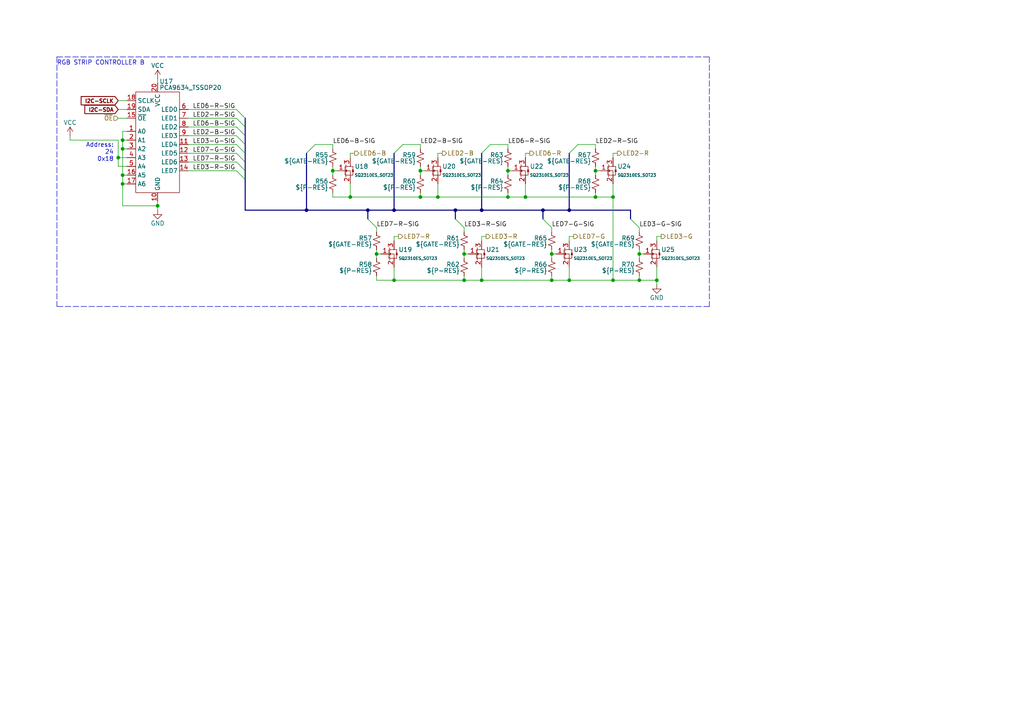
<source format=kicad_sch>
(kicad_sch (version 20211123) (generator eeschema)

  (uuid 249c118b-32b5-4f7f-b095-3035b46cf1d9)

  (paper "A4")

  (title_block
    (title "RGB STRIP CONTROLLER 2")
    (rev "REV6")
    (company "Daxxn Industries")
  )

  (lib_symbols
    (symbol "Daxxn_IC:PCA9634_TSSOP20" (in_bom yes) (on_board yes)
      (property "Reference" "U" (id 0) (at 1.27 16.51 0)
        (effects (font (size 1.27 1.27)) (justify left))
      )
      (property "Value" "PCA9634_TSSOP20" (id 1) (at 1.27 19.05 0)
        (effects (font (size 1.27 1.27)) (justify left))
      )
      (property "Footprint" "Package_SO:TSSOP-20_4.4x6.5mm_P0.65mm" (id 2) (at 0 29.21 0)
        (effects (font (size 1.27 1.27)) hide)
      )
      (property "Datasheet" "C:\\Users\\Daxxn\\Documents\\Electrical\\Datasheets\\PCA9634.pdf" (id 3) (at 0 26.67 0)
        (effects (font (size 1.27 1.27)) hide)
      )
      (property "ki_keywords" "i2c led pwm" (id 4) (at 0 0 0)
        (effects (font (size 1.27 1.27)) hide)
      )
      (property "ki_description" "Dimmable LED Driver I2C" (id 5) (at 0 0 0)
        (effects (font (size 1.27 1.27)) hide)
      )
      (symbol "PCA9634_TSSOP20_0_0"
        (pin input line (at -8.89 2.54 0) (length 2.54)
          (name "A0" (effects (font (size 1.27 1.27))))
          (number "1" (effects (font (size 1.27 1.27))))
        )
        (pin power_in line (at 0 -17.78 90) (length 2.54)
          (name "GND" (effects (font (size 1.27 1.27))))
          (number "10" (effects (font (size 1.27 1.27))))
        )
        (pin output line (at 8.89 -1.27 180) (length 2.54)
          (name "LED4" (effects (font (size 1.27 1.27))))
          (number "11" (effects (font (size 1.27 1.27))))
        )
        (pin output line (at 8.89 -3.81 180) (length 2.54)
          (name "LED5" (effects (font (size 1.27 1.27))))
          (number "12" (effects (font (size 1.27 1.27))))
        )
        (pin output line (at 8.89 -6.35 180) (length 2.54)
          (name "LED6" (effects (font (size 1.27 1.27))))
          (number "13" (effects (font (size 1.27 1.27))))
        )
        (pin output line (at 8.89 -8.89 180) (length 2.54)
          (name "LED7" (effects (font (size 1.27 1.27))))
          (number "14" (effects (font (size 1.27 1.27))))
        )
        (pin input line (at -8.89 6.35 0) (length 2.54)
          (name "~{OE}" (effects (font (size 1.27 1.27))))
          (number "15" (effects (font (size 1.27 1.27))))
        )
        (pin input line (at -8.89 -10.16 0) (length 2.54)
          (name "A5" (effects (font (size 1.27 1.27))))
          (number "16" (effects (font (size 1.27 1.27))))
        )
        (pin input line (at -8.89 -12.7 0) (length 2.54)
          (name "A6" (effects (font (size 1.27 1.27))))
          (number "17" (effects (font (size 1.27 1.27))))
        )
        (pin input line (at -8.89 11.43 0) (length 2.54)
          (name "SCLK" (effects (font (size 1.27 1.27))))
          (number "18" (effects (font (size 1.27 1.27))))
        )
        (pin bidirectional line (at -8.89 8.89 0) (length 2.54)
          (name "SDA" (effects (font (size 1.27 1.27))))
          (number "19" (effects (font (size 1.27 1.27))))
        )
        (pin input line (at -8.89 0 0) (length 2.54)
          (name "A1" (effects (font (size 1.27 1.27))))
          (number "2" (effects (font (size 1.27 1.27))))
        )
        (pin power_in line (at 0 16.51 270) (length 2.54)
          (name "VCC" (effects (font (size 1.27 1.27))))
          (number "20" (effects (font (size 1.27 1.27))))
        )
        (pin input line (at -8.89 -2.54 0) (length 2.54)
          (name "A2" (effects (font (size 1.27 1.27))))
          (number "3" (effects (font (size 1.27 1.27))))
        )
        (pin input line (at -8.89 -5.08 0) (length 2.54)
          (name "A3" (effects (font (size 1.27 1.27))))
          (number "4" (effects (font (size 1.27 1.27))))
        )
        (pin input line (at -8.89 -7.62 0) (length 2.54)
          (name "A4" (effects (font (size 1.27 1.27))))
          (number "5" (effects (font (size 1.27 1.27))))
        )
        (pin output line (at 8.89 8.89 180) (length 2.54)
          (name "LED0" (effects (font (size 1.27 1.27))))
          (number "6" (effects (font (size 1.27 1.27))))
        )
        (pin output line (at 8.89 6.35 180) (length 2.54)
          (name "LED1" (effects (font (size 1.27 1.27))))
          (number "7" (effects (font (size 1.27 1.27))))
        )
        (pin output line (at 8.89 3.81 180) (length 2.54)
          (name "LED2" (effects (font (size 1.27 1.27))))
          (number "8" (effects (font (size 1.27 1.27))))
        )
        (pin output line (at 8.89 1.27 180) (length 2.54)
          (name "LED3" (effects (font (size 1.27 1.27))))
          (number "9" (effects (font (size 1.27 1.27))))
        )
      )
      (symbol "PCA9634_TSSOP20_0_1"
        (rectangle (start -6.35 13.97) (end 6.35 -15.24)
          (stroke (width 0) (type default) (color 0 0 0 0))
          (fill (type none))
        )
      )
    )
    (symbol "Daxxn_Transistors:SQ2310ES_SOT23" (in_bom yes) (on_board yes)
      (property "Reference" "U" (id 0) (at 2.54 -1.27 0)
        (effects (font (size 1.27 1.27)) (justify left))
      )
      (property "Value" "SQ2310ES_SOT23" (id 1) (at 2.54 1.27 0)
        (effects (font (size 1.27 1.27)) (justify left))
      )
      (property "Footprint" "Package_TO_SOT_SMD:SOT-23" (id 2) (at 1.27 15.24 0)
        (effects (font (size 1.27 1.27)) hide)
      )
      (property "Datasheet" "C:\\Users\\Daxxn\\Documents\\Electrical\\Datasheets\\SQ2310ES.pdf" (id 3) (at 1.27 12.7 0)
        (effects (font (size 1.27 1.27)) hide)
      )
      (property "ki_keywords" "n-ch mosfet fet" (id 4) (at 0 0 0)
        (effects (font (size 1.27 1.27)) hide)
      )
      (property "ki_description" "N-Ch MOSFET" (id 5) (at 0 0 0)
        (effects (font (size 1.27 1.27)) hide)
      )
      (symbol "SQ2310ES_SOT23_0_0"
        (pin input line (at -2.54 0 0) (length 2.25)
          (name "G" (effects (font (size 0 0))))
          (number "1" (effects (font (size 1.27 1.27))))
        )
        (pin bidirectional line (at 1.27 -3.81 90) (length 2.54)
          (name "S" (effects (font (size 0 0))))
          (number "2" (effects (font (size 1.27 1.27))))
        )
        (pin bidirectional line (at 1.27 3.81 270) (length 2.54)
          (name "D" (effects (font (size 0 0))))
          (number "3" (effects (font (size 1.27 1.27))))
        )
      )
      (symbol "SQ2310ES_SOT23_0_1"
        (polyline
          (pts
            (xy -0.254 -1.27)
            (xy -0.254 1.27)
          )
          (stroke (width 0) (type default) (color 0 0 0 0))
          (fill (type none))
        )
        (polyline
          (pts
            (xy 0 -1.778)
            (xy 0 -0.762)
          )
          (stroke (width 0) (type default) (color 0 0 0 0))
          (fill (type none))
        )
        (polyline
          (pts
            (xy 0 -0.508)
            (xy 0 0.508)
          )
          (stroke (width 0) (type default) (color 0 0 0 0))
          (fill (type none))
        )
        (polyline
          (pts
            (xy 0 1.778)
            (xy 0 0.762)
          )
          (stroke (width 0) (type default) (color 0 0 0 0))
          (fill (type none))
        )
        (polyline
          (pts
            (xy 1.778 0.254)
            (xy 2.286 0.254)
          )
          (stroke (width 0) (type default) (color 0 0 0 0))
          (fill (type none))
        )
        (polyline
          (pts
            (xy 0 -1.27)
            (xy 1.27 -1.27)
            (xy 1.27 -1.27)
          )
          (stroke (width 0) (type default) (color 0 0 0 0))
          (fill (type none))
        )
        (polyline
          (pts
            (xy 0 1.27)
            (xy 1.27 1.27)
            (xy 1.27 1.27)
          )
          (stroke (width 0) (type default) (color 0 0 0 0))
          (fill (type none))
        )
        (polyline
          (pts
            (xy 1.27 -1.27)
            (xy 1.27 0)
            (xy 0 0)
          )
          (stroke (width 0) (type default) (color 0 0 0 0))
          (fill (type none))
        )
        (polyline
          (pts
            (xy 0 0)
            (xy 0.254 0.254)
            (xy 0.254 -0.254)
            (xy 0 0)
          )
          (stroke (width 0) (type default) (color 0 0 0 0))
          (fill (type none))
        )
        (polyline
          (pts
            (xy 1.27 -1.27)
            (xy 2.032 -1.27)
            (xy 2.032 1.27)
            (xy 1.27 1.27)
          )
          (stroke (width 0) (type default) (color 0 0 0 0))
          (fill (type none))
        )
        (polyline
          (pts
            (xy 2.032 0.254)
            (xy 1.778 -0.254)
            (xy 2.286 -0.254)
            (xy 2.032 0.254)
          )
          (stroke (width 0) (type default) (color 0 0 0 0))
          (fill (type outline))
        )
      )
    )
    (symbol "Device:R_Small_US" (pin_numbers hide) (pin_names (offset 0.254) hide) (in_bom yes) (on_board yes)
      (property "Reference" "R" (id 0) (at 0.762 0.508 0)
        (effects (font (size 1.27 1.27)) (justify left))
      )
      (property "Value" "R_Small_US" (id 1) (at 0.762 -1.016 0)
        (effects (font (size 1.27 1.27)) (justify left))
      )
      (property "Footprint" "" (id 2) (at 0 0 0)
        (effects (font (size 1.27 1.27)) hide)
      )
      (property "Datasheet" "~" (id 3) (at 0 0 0)
        (effects (font (size 1.27 1.27)) hide)
      )
      (property "ki_keywords" "r resistor" (id 4) (at 0 0 0)
        (effects (font (size 1.27 1.27)) hide)
      )
      (property "ki_description" "Resistor, small US symbol" (id 5) (at 0 0 0)
        (effects (font (size 1.27 1.27)) hide)
      )
      (property "ki_fp_filters" "R_*" (id 6) (at 0 0 0)
        (effects (font (size 1.27 1.27)) hide)
      )
      (symbol "R_Small_US_1_1"
        (polyline
          (pts
            (xy 0 0)
            (xy 1.016 -0.381)
            (xy 0 -0.762)
            (xy -1.016 -1.143)
            (xy 0 -1.524)
          )
          (stroke (width 0) (type default) (color 0 0 0 0))
          (fill (type none))
        )
        (polyline
          (pts
            (xy 0 1.524)
            (xy 1.016 1.143)
            (xy 0 0.762)
            (xy -1.016 0.381)
            (xy 0 0)
          )
          (stroke (width 0) (type default) (color 0 0 0 0))
          (fill (type none))
        )
        (pin passive line (at 0 2.54 270) (length 1.016)
          (name "~" (effects (font (size 1.27 1.27))))
          (number "1" (effects (font (size 1.27 1.27))))
        )
        (pin passive line (at 0 -2.54 90) (length 1.016)
          (name "~" (effects (font (size 1.27 1.27))))
          (number "2" (effects (font (size 1.27 1.27))))
        )
      )
    )
    (symbol "power:GND" (power) (pin_names (offset 0)) (in_bom yes) (on_board yes)
      (property "Reference" "#PWR" (id 0) (at 0 -6.35 0)
        (effects (font (size 1.27 1.27)) hide)
      )
      (property "Value" "GND" (id 1) (at 0 -3.81 0)
        (effects (font (size 1.27 1.27)))
      )
      (property "Footprint" "" (id 2) (at 0 0 0)
        (effects (font (size 1.27 1.27)) hide)
      )
      (property "Datasheet" "" (id 3) (at 0 0 0)
        (effects (font (size 1.27 1.27)) hide)
      )
      (property "ki_keywords" "power-flag" (id 4) (at 0 0 0)
        (effects (font (size 1.27 1.27)) hide)
      )
      (property "ki_description" "Power symbol creates a global label with name \"GND\" , ground" (id 5) (at 0 0 0)
        (effects (font (size 1.27 1.27)) hide)
      )
      (symbol "GND_0_1"
        (polyline
          (pts
            (xy 0 0)
            (xy 0 -1.27)
            (xy 1.27 -1.27)
            (xy 0 -2.54)
            (xy -1.27 -1.27)
            (xy 0 -1.27)
          )
          (stroke (width 0) (type default) (color 0 0 0 0))
          (fill (type none))
        )
      )
      (symbol "GND_1_1"
        (pin power_in line (at 0 0 270) (length 0) hide
          (name "GND" (effects (font (size 1.27 1.27))))
          (number "1" (effects (font (size 1.27 1.27))))
        )
      )
    )
    (symbol "power:VCC" (power) (pin_names (offset 0)) (in_bom yes) (on_board yes)
      (property "Reference" "#PWR" (id 0) (at 0 -3.81 0)
        (effects (font (size 1.27 1.27)) hide)
      )
      (property "Value" "VCC" (id 1) (at 0 3.81 0)
        (effects (font (size 1.27 1.27)))
      )
      (property "Footprint" "" (id 2) (at 0 0 0)
        (effects (font (size 1.27 1.27)) hide)
      )
      (property "Datasheet" "" (id 3) (at 0 0 0)
        (effects (font (size 1.27 1.27)) hide)
      )
      (property "ki_keywords" "power-flag" (id 4) (at 0 0 0)
        (effects (font (size 1.27 1.27)) hide)
      )
      (property "ki_description" "Power symbol creates a global label with name \"VCC\"" (id 5) (at 0 0 0)
        (effects (font (size 1.27 1.27)) hide)
      )
      (symbol "VCC_0_1"
        (polyline
          (pts
            (xy -0.762 1.27)
            (xy 0 2.54)
          )
          (stroke (width 0) (type default) (color 0 0 0 0))
          (fill (type none))
        )
        (polyline
          (pts
            (xy 0 0)
            (xy 0 2.54)
          )
          (stroke (width 0) (type default) (color 0 0 0 0))
          (fill (type none))
        )
        (polyline
          (pts
            (xy 0 2.54)
            (xy 0.762 1.27)
          )
          (stroke (width 0) (type default) (color 0 0 0 0))
          (fill (type none))
        )
      )
      (symbol "VCC_1_1"
        (pin power_in line (at 0 0 90) (length 0) hide
          (name "VCC" (effects (font (size 1.27 1.27))))
          (number "1" (effects (font (size 1.27 1.27))))
        )
      )
    )
  )

  (junction (at 88.9 60.96) (diameter 0) (color 0 0 0 0)
    (uuid 121d2fe8-a6c2-4996-94df-f3fbb30eb4a2)
  )
  (junction (at 165.1 81.28) (diameter 0) (color 0 0 0 0)
    (uuid 1be1a9c0-e145-48a7-8f8a-6cd339b02e03)
  )
  (junction (at 177.8 57.15) (diameter 0) (color 0 0 0 0)
    (uuid 211023a6-bb32-47bd-9bba-389e272a2298)
  )
  (junction (at 177.8 81.28) (diameter 0) (color 0 0 0 0)
    (uuid 26600bb2-0351-4d47-a5e7-f1dfc67c5056)
  )
  (junction (at 165.1 60.96) (diameter 0) (color 0 0 0 0)
    (uuid 2a47f700-e170-47db-8ff9-fad46112ea91)
  )
  (junction (at 35.56 43.18) (diameter 0) (color 0 0 0 0)
    (uuid 2d92dca2-7921-447d-9f24-2f23b09006cf)
  )
  (junction (at 101.6 57.15) (diameter 0) (color 0 0 0 0)
    (uuid 31b0d125-4405-4db4-926f-2c388b6208ae)
  )
  (junction (at 109.22 73.66) (diameter 0) (color 0 0 0 0)
    (uuid 343a0857-0f45-465b-b8fe-011cef0ea83a)
  )
  (junction (at 147.32 49.53) (diameter 0) (color 0 0 0 0)
    (uuid 4c4d970e-a469-4f6f-ba66-ece0c4f0f0f8)
  )
  (junction (at 139.7 60.96) (diameter 0) (color 0 0 0 0)
    (uuid 4d74a974-55f4-40e2-8fdb-a86354f3e352)
  )
  (junction (at 172.72 49.53) (diameter 0) (color 0 0 0 0)
    (uuid 596ceacf-8816-4ecb-893b-818aee945e45)
  )
  (junction (at 160.02 73.66) (diameter 0) (color 0 0 0 0)
    (uuid 5fc881db-4108-4222-8a20-0d9edcec02cb)
  )
  (junction (at 114.3 81.28) (diameter 0) (color 0 0 0 0)
    (uuid 71b6ab55-07a0-4748-bced-17f257a99b27)
  )
  (junction (at 132.08 60.96) (diameter 0) (color 0 0 0 0)
    (uuid 744ca297-8235-4e9b-8713-927b3033ae0a)
  )
  (junction (at 114.3 60.96) (diameter 0) (color 0 0 0 0)
    (uuid 779494c4-a2f1-4590-9d3e-1e03518a8b46)
  )
  (junction (at 185.42 81.28) (diameter 0) (color 0 0 0 0)
    (uuid 7862adc0-93db-4151-98ba-0c015da6f0e7)
  )
  (junction (at 134.62 81.28) (diameter 0) (color 0 0 0 0)
    (uuid 7d727bf6-622b-40eb-b5c7-8e4bb03d8fb7)
  )
  (junction (at 139.7 81.28) (diameter 0) (color 0 0 0 0)
    (uuid 878167ba-1a55-4716-9972-638680c29d4f)
  )
  (junction (at 160.02 81.28) (diameter 0) (color 0 0 0 0)
    (uuid 9a98db43-73ff-4901-a09e-b0f1d7e08610)
  )
  (junction (at 152.4 57.15) (diameter 0) (color 0 0 0 0)
    (uuid 9fe01eae-42ea-4f05-9396-7527922daf42)
  )
  (junction (at 172.72 57.15) (diameter 0) (color 0 0 0 0)
    (uuid a423ca29-58e0-446a-ba78-d65921b61045)
  )
  (junction (at 45.72 59.69) (diameter 0) (color 0 0 0 0)
    (uuid b35d77d3-2b3a-4b1e-856f-3aafe4fd18e9)
  )
  (junction (at 96.52 49.53) (diameter 0) (color 0 0 0 0)
    (uuid b4741dfc-f878-462d-a4a8-827afd271c13)
  )
  (junction (at 190.5 81.28) (diameter 0) (color 0 0 0 0)
    (uuid b4a700da-4ce7-41db-bf8d-8b313ffbe2e9)
  )
  (junction (at 157.48 60.96) (diameter 0) (color 0 0 0 0)
    (uuid b4ac4a46-9c9c-4c4e-a235-b1313654eaf7)
  )
  (junction (at 35.56 50.8) (diameter 0) (color 0 0 0 0)
    (uuid b6c34911-da39-48cb-847b-6a4138a2ba38)
  )
  (junction (at 127 57.15) (diameter 0) (color 0 0 0 0)
    (uuid b6c62e3b-dde9-4bec-b7dc-e965e2dc97ac)
  )
  (junction (at 121.92 57.15) (diameter 0) (color 0 0 0 0)
    (uuid b7c2673e-ec5f-4c33-ae8f-4d4d16c964eb)
  )
  (junction (at 35.56 40.64) (diameter 0) (color 0 0 0 0)
    (uuid bc13135f-00cd-4356-a4a7-45eb6fb02cd1)
  )
  (junction (at 134.62 73.66) (diameter 0) (color 0 0 0 0)
    (uuid bc98aef5-b490-498c-9b1f-77ffcdc2db4e)
  )
  (junction (at 185.42 73.66) (diameter 0) (color 0 0 0 0)
    (uuid bfc54ed6-4694-404e-9e06-e1bbfab0e864)
  )
  (junction (at 121.92 49.53) (diameter 0) (color 0 0 0 0)
    (uuid c288f4e9-7b23-4282-ac00-2b3fd1e5a358)
  )
  (junction (at 147.32 57.15) (diameter 0) (color 0 0 0 0)
    (uuid da2794eb-2a21-45df-b079-cfa0771e2655)
  )
  (junction (at 34.29 45.72) (diameter 0) (color 0 0 0 0)
    (uuid ef013193-d1f8-418a-808f-54496581bb0f)
  )
  (junction (at 106.68 60.96) (diameter 0) (color 0 0 0 0)
    (uuid ef55195c-3580-4254-a253-6cb8dfb2b3dd)
  )
  (junction (at 35.56 53.34) (diameter 0) (color 0 0 0 0)
    (uuid f11d5bc6-c661-4e82-9f32-f78b0ff5fc29)
  )

  (bus_entry (at 68.58 34.29) (size 2.54 2.54)
    (stroke (width 0) (type default) (color 0 0 0 0))
    (uuid 4f17a185-d140-40f4-b5fd-ec47de3d45f6)
  )
  (bus_entry (at 68.58 36.83) (size 2.54 2.54)
    (stroke (width 0) (type default) (color 0 0 0 0))
    (uuid 4f17a185-d140-40f4-b5fd-ec47de3d45f7)
  )
  (bus_entry (at 68.58 39.37) (size 2.54 2.54)
    (stroke (width 0) (type default) (color 0 0 0 0))
    (uuid 4f17a185-d140-40f4-b5fd-ec47de3d45f8)
  )
  (bus_entry (at 68.58 41.91) (size 2.54 2.54)
    (stroke (width 0) (type default) (color 0 0 0 0))
    (uuid 4f17a185-d140-40f4-b5fd-ec47de3d45f9)
  )
  (bus_entry (at 68.58 44.45) (size 2.54 2.54)
    (stroke (width 0) (type default) (color 0 0 0 0))
    (uuid 4f17a185-d140-40f4-b5fd-ec47de3d45fa)
  )
  (bus_entry (at 68.58 46.99) (size 2.54 2.54)
    (stroke (width 0) (type default) (color 0 0 0 0))
    (uuid 4f17a185-d140-40f4-b5fd-ec47de3d45fb)
  )
  (bus_entry (at 68.58 49.53) (size 2.54 2.54)
    (stroke (width 0) (type default) (color 0 0 0 0))
    (uuid 4f17a185-d140-40f4-b5fd-ec47de3d45fc)
  )
  (bus_entry (at 68.58 31.75) (size 2.54 2.54)
    (stroke (width 0) (type default) (color 0 0 0 0))
    (uuid 4f17a185-d140-40f4-b5fd-ec47de3d45fd)
  )
  (bus_entry (at 88.9 44.45) (size 2.54 -2.54)
    (stroke (width 0) (type default) (color 0 0 0 0))
    (uuid f1ac87a8-c811-4bcd-8c4c-4d60c30a75ab)
  )
  (bus_entry (at 114.3 44.45) (size 2.54 -2.54)
    (stroke (width 0) (type default) (color 0 0 0 0))
    (uuid f1ac87a8-c811-4bcd-8c4c-4d60c30a75ac)
  )
  (bus_entry (at 182.88 63.5) (size 2.54 2.54)
    (stroke (width 0) (type default) (color 0 0 0 0))
    (uuid f1ac87a8-c811-4bcd-8c4c-4d60c30a75ad)
  )
  (bus_entry (at 165.1 44.45) (size 2.54 -2.54)
    (stroke (width 0) (type default) (color 0 0 0 0))
    (uuid f1ac87a8-c811-4bcd-8c4c-4d60c30a75ae)
  )
  (bus_entry (at 139.7 44.45) (size 2.54 -2.54)
    (stroke (width 0) (type default) (color 0 0 0 0))
    (uuid f1ac87a8-c811-4bcd-8c4c-4d60c30a75af)
  )
  (bus_entry (at 106.68 63.5) (size 2.54 2.54)
    (stroke (width 0) (type default) (color 0 0 0 0))
    (uuid f1ac87a8-c811-4bcd-8c4c-4d60c30a75b0)
  )
  (bus_entry (at 132.08 63.5) (size 2.54 2.54)
    (stroke (width 0) (type default) (color 0 0 0 0))
    (uuid f1ac87a8-c811-4bcd-8c4c-4d60c30a75b1)
  )
  (bus_entry (at 157.48 63.5) (size 2.54 2.54)
    (stroke (width 0) (type default) (color 0 0 0 0))
    (uuid f1ac87a8-c811-4bcd-8c4c-4d60c30a75b2)
  )

  (wire (pts (xy 121.92 57.15) (xy 127 57.15))
    (stroke (width 0) (type default) (color 0 0 0 0))
    (uuid 045b70e7-d415-4296-acc2-7c57bccac091)
  )
  (wire (pts (xy 165.1 81.28) (xy 177.8 81.28))
    (stroke (width 0) (type default) (color 0 0 0 0))
    (uuid 05f82098-4f10-42cd-95da-de0344e99729)
  )
  (wire (pts (xy 114.3 69.85) (xy 114.3 68.58))
    (stroke (width 0) (type default) (color 0 0 0 0))
    (uuid 081249a9-c788-4832-a5e6-037fa70ba966)
  )
  (wire (pts (xy 35.56 59.69) (xy 45.72 59.69))
    (stroke (width 0) (type default) (color 0 0 0 0))
    (uuid 081b3d65-8d58-4f9b-92d5-dc609b06906b)
  )
  (wire (pts (xy 160.02 73.66) (xy 161.29 73.66))
    (stroke (width 0) (type default) (color 0 0 0 0))
    (uuid 09f552f1-c362-4c30-a964-5cec0a533cb4)
  )
  (wire (pts (xy 167.64 41.91) (xy 172.72 41.91))
    (stroke (width 0) (type default) (color 0 0 0 0))
    (uuid 0d3c43ba-90db-4790-b11c-bdc3fa146220)
  )
  (wire (pts (xy 147.32 41.91) (xy 147.32 43.18))
    (stroke (width 0) (type default) (color 0 0 0 0))
    (uuid 0fddda15-a877-4c1c-9e0d-4c94b0cbe1bd)
  )
  (wire (pts (xy 121.92 41.91) (xy 121.92 43.18))
    (stroke (width 0) (type default) (color 0 0 0 0))
    (uuid 12b23887-3cdb-46fa-8f81-b7525f13e914)
  )
  (bus (pts (xy 88.9 60.96) (xy 71.12 60.96))
    (stroke (width 0) (type default) (color 0 0 0 0))
    (uuid 13474001-920f-4264-97a0-9277b4a95b57)
  )

  (wire (pts (xy 96.52 49.53) (xy 96.52 50.8))
    (stroke (width 0) (type default) (color 0 0 0 0))
    (uuid 13b5f4ed-a5db-4693-b798-c2aab8cb118a)
  )
  (wire (pts (xy 54.61 34.29) (xy 68.58 34.29))
    (stroke (width 0) (type default) (color 0 0 0 0))
    (uuid 1755ca16-85bc-4b7e-af35-e8d82fb797ec)
  )
  (wire (pts (xy 177.8 57.15) (xy 177.8 81.28))
    (stroke (width 0) (type default) (color 0 0 0 0))
    (uuid 180e9f85-f1fa-443c-8ce7-d81337f785fd)
  )
  (wire (pts (xy 109.22 73.66) (xy 110.49 73.66))
    (stroke (width 0) (type default) (color 0 0 0 0))
    (uuid 181a48aa-bb4a-4f99-b0a9-e065760bf555)
  )
  (wire (pts (xy 34.29 29.21) (xy 36.83 29.21))
    (stroke (width 0) (type default) (color 0 0 0 0))
    (uuid 1ce2baa3-cdb0-4d8b-8cf9-fde1a04b81b0)
  )
  (wire (pts (xy 172.72 55.88) (xy 172.72 57.15))
    (stroke (width 0) (type default) (color 0 0 0 0))
    (uuid 2394a27b-6c38-4310-a34c-ed524b80d7c4)
  )
  (wire (pts (xy 177.8 81.28) (xy 185.42 81.28))
    (stroke (width 0) (type default) (color 0 0 0 0))
    (uuid 239c8ac8-0601-4006-a30a-307adc75ad99)
  )
  (wire (pts (xy 101.6 45.72) (xy 101.6 44.45))
    (stroke (width 0) (type default) (color 0 0 0 0))
    (uuid 23b987b2-8221-431e-9775-86d2ed38d867)
  )
  (bus (pts (xy 106.68 60.96) (xy 106.68 63.5))
    (stroke (width 0) (type default) (color 0 0 0 0))
    (uuid 255f56cc-3f95-4f26-be4b-2b0a48ac9681)
  )

  (wire (pts (xy 147.32 57.15) (xy 152.4 57.15))
    (stroke (width 0) (type default) (color 0 0 0 0))
    (uuid 25acc8a1-4afb-4e4d-a61b-d186eb923f4d)
  )
  (bus (pts (xy 165.1 60.96) (xy 157.48 60.96))
    (stroke (width 0) (type default) (color 0 0 0 0))
    (uuid 2889e5ef-8032-4df1-bba9-856a7cb3e429)
  )

  (wire (pts (xy 172.72 49.53) (xy 172.72 50.8))
    (stroke (width 0) (type default) (color 0 0 0 0))
    (uuid 29b1ff25-3270-4c28-a7ad-32c4240107e0)
  )
  (wire (pts (xy 109.22 66.04) (xy 109.22 67.31))
    (stroke (width 0) (type default) (color 0 0 0 0))
    (uuid 2d25a0cc-0667-40f5-9c89-629553272bbc)
  )
  (wire (pts (xy 172.72 49.53) (xy 173.99 49.53))
    (stroke (width 0) (type default) (color 0 0 0 0))
    (uuid 31c73067-4df2-48d6-a04b-5515f621f937)
  )
  (wire (pts (xy 139.7 81.28) (xy 160.02 81.28))
    (stroke (width 0) (type default) (color 0 0 0 0))
    (uuid 32bc7d27-823e-4fdc-bb4e-cd0ea56f58ec)
  )
  (wire (pts (xy 134.62 80.01) (xy 134.62 81.28))
    (stroke (width 0) (type default) (color 0 0 0 0))
    (uuid 334b1b12-c56a-4777-a034-d77f5d1965b9)
  )
  (wire (pts (xy 35.56 38.1) (xy 35.56 40.64))
    (stroke (width 0) (type default) (color 0 0 0 0))
    (uuid 33e859c8-b770-44a2-953d-310d0ea0a2b9)
  )
  (wire (pts (xy 160.02 73.66) (xy 160.02 74.93))
    (stroke (width 0) (type default) (color 0 0 0 0))
    (uuid 34cf5d06-f347-4636-996a-8222063b41f8)
  )
  (wire (pts (xy 121.92 49.53) (xy 121.92 50.8))
    (stroke (width 0) (type default) (color 0 0 0 0))
    (uuid 3966f7b7-eda5-4d2f-87d4-8d3f6a0af0b0)
  )
  (wire (pts (xy 34.29 31.75) (xy 36.83 31.75))
    (stroke (width 0) (type default) (color 0 0 0 0))
    (uuid 3ad80627-7b29-47d5-bf3c-b2c74345925d)
  )
  (wire (pts (xy 54.61 49.53) (xy 68.58 49.53))
    (stroke (width 0) (type default) (color 0 0 0 0))
    (uuid 3c360530-c129-4340-9f42-2973a41eb387)
  )
  (wire (pts (xy 54.61 31.75) (xy 68.58 31.75))
    (stroke (width 0) (type default) (color 0 0 0 0))
    (uuid 3ceec677-b613-4f61-906f-15eb822a6739)
  )
  (wire (pts (xy 127 44.45) (xy 128.27 44.45))
    (stroke (width 0) (type default) (color 0 0 0 0))
    (uuid 3d53e863-7c48-4054-8d3b-310573562273)
  )
  (wire (pts (xy 114.3 77.47) (xy 114.3 81.28))
    (stroke (width 0) (type default) (color 0 0 0 0))
    (uuid 4211cf26-fadd-4ff6-9f3e-cdea0d04073a)
  )
  (wire (pts (xy 54.61 41.91) (xy 68.58 41.91))
    (stroke (width 0) (type default) (color 0 0 0 0))
    (uuid 422011ef-d233-438d-a0a7-980f915fd57e)
  )
  (bus (pts (xy 165.1 60.96) (xy 182.88 60.96))
    (stroke (width 0) (type default) (color 0 0 0 0))
    (uuid 43080fdc-adb5-4f48-9866-446af5fe5b20)
  )

  (wire (pts (xy 35.56 40.64) (xy 36.83 40.64))
    (stroke (width 0) (type default) (color 0 0 0 0))
    (uuid 43578e2f-a34a-45a9-9666-1acf935c7ca6)
  )
  (wire (pts (xy 121.92 48.26) (xy 121.92 49.53))
    (stroke (width 0) (type default) (color 0 0 0 0))
    (uuid 44d8d76c-a497-4ba9-805a-32186d9f5290)
  )
  (wire (pts (xy 134.62 66.04) (xy 134.62 67.31))
    (stroke (width 0) (type default) (color 0 0 0 0))
    (uuid 4530cf85-a3bf-476a-b207-a6c62e2bdfc9)
  )
  (wire (pts (xy 121.92 55.88) (xy 121.92 57.15))
    (stroke (width 0) (type default) (color 0 0 0 0))
    (uuid 45ca822d-90e3-4421-9c1d-7e09b75e6d9f)
  )
  (wire (pts (xy 109.22 80.01) (xy 109.22 81.28))
    (stroke (width 0) (type default) (color 0 0 0 0))
    (uuid 474abd87-9e96-4446-88d4-f5d6d383454f)
  )
  (bus (pts (xy 139.7 60.96) (xy 157.48 60.96))
    (stroke (width 0) (type default) (color 0 0 0 0))
    (uuid 48f98f4a-90f4-4367-9e07-ae9054ff24f9)
  )

  (wire (pts (xy 134.62 81.28) (xy 139.7 81.28))
    (stroke (width 0) (type default) (color 0 0 0 0))
    (uuid 4b6fb743-3837-4528-a449-849eef49c9f2)
  )
  (polyline (pts (xy 16.51 16.51) (xy 16.51 88.9))
    (stroke (width 0) (type default) (color 0 0 0 0))
    (uuid 4dde16b8-b9a9-4c1f-91f7-cd896726a28d)
  )

  (bus (pts (xy 71.12 49.53) (xy 71.12 52.07))
    (stroke (width 0) (type default) (color 0 0 0 0))
    (uuid 4f4d52ce-1a1c-444a-bb4d-588e685a9c17)
  )

  (wire (pts (xy 109.22 73.66) (xy 109.22 74.93))
    (stroke (width 0) (type default) (color 0 0 0 0))
    (uuid 4fc29d50-1d60-4e4a-a4b5-0aa22fcd065d)
  )
  (bus (pts (xy 114.3 60.96) (xy 132.08 60.96))
    (stroke (width 0) (type default) (color 0 0 0 0))
    (uuid 50cde97f-0479-4bc2-8370-240ca35bd7ca)
  )

  (wire (pts (xy 172.72 41.91) (xy 172.72 43.18))
    (stroke (width 0) (type default) (color 0 0 0 0))
    (uuid 52896af2-06cc-4420-9faa-0a94deab60e7)
  )
  (bus (pts (xy 71.12 46.99) (xy 71.12 49.53))
    (stroke (width 0) (type default) (color 0 0 0 0))
    (uuid 5400b464-17d3-4eeb-9922-ff1e0fbf2bb4)
  )
  (bus (pts (xy 71.12 41.91) (xy 71.12 44.45))
    (stroke (width 0) (type default) (color 0 0 0 0))
    (uuid 56220735-8ac4-4122-8756-5d6ace6a3fbd)
  )

  (wire (pts (xy 160.02 72.39) (xy 160.02 73.66))
    (stroke (width 0) (type default) (color 0 0 0 0))
    (uuid 5d8a55e7-10ae-4d7c-a91b-5165f99a71fb)
  )
  (wire (pts (xy 36.83 38.1) (xy 35.56 38.1))
    (stroke (width 0) (type default) (color 0 0 0 0))
    (uuid 5dede6fa-d5cc-4b33-b87c-da7dbe6262a3)
  )
  (wire (pts (xy 127 57.15) (xy 147.32 57.15))
    (stroke (width 0) (type default) (color 0 0 0 0))
    (uuid 602198de-0193-41d8-bbac-a587b9de27e7)
  )
  (wire (pts (xy 101.6 57.15) (xy 121.92 57.15))
    (stroke (width 0) (type default) (color 0 0 0 0))
    (uuid 65875a95-a6d8-45ed-8d9d-a4452ce5d928)
  )
  (wire (pts (xy 185.42 72.39) (xy 185.42 73.66))
    (stroke (width 0) (type default) (color 0 0 0 0))
    (uuid 66229e9c-1627-4360-a174-e5073d998626)
  )
  (wire (pts (xy 35.56 43.18) (xy 36.83 43.18))
    (stroke (width 0) (type default) (color 0 0 0 0))
    (uuid 6ac6d00d-420f-43f9-9fd6-9ffee8d9f07a)
  )
  (wire (pts (xy 152.4 44.45) (xy 153.67 44.45))
    (stroke (width 0) (type default) (color 0 0 0 0))
    (uuid 6ad4efb0-e258-4512-a374-526b874d92cc)
  )
  (wire (pts (xy 147.32 48.26) (xy 147.32 49.53))
    (stroke (width 0) (type default) (color 0 0 0 0))
    (uuid 6ccdd135-4845-4183-a852-7d4bf33f6c74)
  )
  (wire (pts (xy 147.32 49.53) (xy 147.32 50.8))
    (stroke (width 0) (type default) (color 0 0 0 0))
    (uuid 6eff5469-f72f-4030-beb5-357108ff00c4)
  )
  (wire (pts (xy 134.62 73.66) (xy 134.62 74.93))
    (stroke (width 0) (type default) (color 0 0 0 0))
    (uuid 71627df4-3cfa-4ae0-ae5f-187e9ba58db5)
  )
  (wire (pts (xy 34.29 48.26) (xy 36.83 48.26))
    (stroke (width 0) (type default) (color 0 0 0 0))
    (uuid 7193fd5f-5952-401e-ba0b-ba3b614d468a)
  )
  (wire (pts (xy 35.56 53.34) (xy 35.56 59.69))
    (stroke (width 0) (type default) (color 0 0 0 0))
    (uuid 71a1ee8f-1762-47c2-90db-7251d47e68ab)
  )
  (wire (pts (xy 45.72 22.86) (xy 45.72 24.13))
    (stroke (width 0) (type default) (color 0 0 0 0))
    (uuid 75736b47-aeae-4ab4-9477-ef865eaa1d64)
  )
  (wire (pts (xy 152.4 53.34) (xy 152.4 57.15))
    (stroke (width 0) (type default) (color 0 0 0 0))
    (uuid 78ece678-a440-4eea-a777-482933b4b3da)
  )
  (wire (pts (xy 96.52 57.15) (xy 101.6 57.15))
    (stroke (width 0) (type default) (color 0 0 0 0))
    (uuid 79785e9c-1790-481b-8829-7b7e17c5083e)
  )
  (wire (pts (xy 134.62 73.66) (xy 135.89 73.66))
    (stroke (width 0) (type default) (color 0 0 0 0))
    (uuid 7b3b936f-26ee-4a87-a770-d3371c7614b0)
  )
  (wire (pts (xy 34.29 45.72) (xy 36.83 45.72))
    (stroke (width 0) (type default) (color 0 0 0 0))
    (uuid 7cf6c700-b351-4ece-a4aa-d494ae953bad)
  )
  (wire (pts (xy 127 53.34) (xy 127 57.15))
    (stroke (width 0) (type default) (color 0 0 0 0))
    (uuid 7e179753-7e3e-4462-a14b-f032b2ddb5ba)
  )
  (wire (pts (xy 190.5 81.28) (xy 190.5 82.55))
    (stroke (width 0) (type default) (color 0 0 0 0))
    (uuid 7edab4b8-2550-42ee-b488-3aaaff1e7c8c)
  )
  (wire (pts (xy 152.4 45.72) (xy 152.4 44.45))
    (stroke (width 0) (type default) (color 0 0 0 0))
    (uuid 7f3e95ec-8549-4459-ab01-174b129f4b16)
  )
  (wire (pts (xy 101.6 44.45) (xy 102.87 44.45))
    (stroke (width 0) (type default) (color 0 0 0 0))
    (uuid 8261d53a-4ccc-4ad4-b63b-19e15affbd54)
  )
  (wire (pts (xy 139.7 68.58) (xy 140.97 68.58))
    (stroke (width 0) (type default) (color 0 0 0 0))
    (uuid 82a77cf7-e124-4dcc-94d6-5d577b79d434)
  )
  (wire (pts (xy 35.56 53.34) (xy 36.83 53.34))
    (stroke (width 0) (type default) (color 0 0 0 0))
    (uuid 84ede8c0-2e51-4e87-8018-a9d3822916a1)
  )
  (wire (pts (xy 35.56 50.8) (xy 35.56 53.34))
    (stroke (width 0) (type default) (color 0 0 0 0))
    (uuid 879778d9-3592-4833-b6fe-5e53a64b9aec)
  )
  (bus (pts (xy 132.08 60.96) (xy 132.08 63.5))
    (stroke (width 0) (type default) (color 0 0 0 0))
    (uuid 8c3299e2-d3f2-4474-9328-34cfce92b8e2)
  )
  (bus (pts (xy 114.3 60.96) (xy 106.68 60.96))
    (stroke (width 0) (type default) (color 0 0 0 0))
    (uuid 8ef2162a-87bf-46fe-b3ad-e27ec357231b)
  )
  (bus (pts (xy 88.9 60.96) (xy 106.68 60.96))
    (stroke (width 0) (type default) (color 0 0 0 0))
    (uuid 8fe1370f-80f6-4212-8f18-bc33408ec9a6)
  )
  (bus (pts (xy 182.88 60.96) (xy 182.88 63.5))
    (stroke (width 0) (type default) (color 0 0 0 0))
    (uuid 93563905-b120-4f47-bba4-44953d1546ad)
  )

  (wire (pts (xy 54.61 46.99) (xy 68.58 46.99))
    (stroke (width 0) (type default) (color 0 0 0 0))
    (uuid 94b881ca-176c-41fb-b938-a260e7b951fa)
  )
  (bus (pts (xy 71.12 44.45) (xy 71.12 46.99))
    (stroke (width 0) (type default) (color 0 0 0 0))
    (uuid 951690e3-975e-4b97-a1fd-2b369e97f27e)
  )

  (wire (pts (xy 20.32 39.37) (xy 20.32 40.64))
    (stroke (width 0) (type default) (color 0 0 0 0))
    (uuid 968dc01c-063f-4d1b-81b3-8db699d0e9b4)
  )
  (wire (pts (xy 54.61 36.83) (xy 68.58 36.83))
    (stroke (width 0) (type default) (color 0 0 0 0))
    (uuid 96e60fdb-cf59-408d-b028-2534db168f0d)
  )
  (bus (pts (xy 114.3 44.45) (xy 114.3 60.96))
    (stroke (width 0) (type default) (color 0 0 0 0))
    (uuid 970fb8a2-d265-4ca6-90ed-6c879ea9be31)
  )

  (wire (pts (xy 127 45.72) (xy 127 44.45))
    (stroke (width 0) (type default) (color 0 0 0 0))
    (uuid 978c1f24-6a5f-4259-a670-b0f22b3d7a7e)
  )
  (wire (pts (xy 109.22 81.28) (xy 114.3 81.28))
    (stroke (width 0) (type default) (color 0 0 0 0))
    (uuid 98609ef4-71d9-4347-a4b3-5c00badd7017)
  )
  (wire (pts (xy 121.92 49.53) (xy 123.19 49.53))
    (stroke (width 0) (type default) (color 0 0 0 0))
    (uuid 9a47f619-19a4-48fb-b4e5-7c7eaacfcf3a)
  )
  (wire (pts (xy 142.24 41.91) (xy 147.32 41.91))
    (stroke (width 0) (type default) (color 0 0 0 0))
    (uuid 9af62e27-0824-4584-9e8f-6bd36446a251)
  )
  (wire (pts (xy 147.32 55.88) (xy 147.32 57.15))
    (stroke (width 0) (type default) (color 0 0 0 0))
    (uuid 9e8dc315-ebcc-4ead-a8e0-b43d53d16374)
  )
  (bus (pts (xy 157.48 60.96) (xy 157.48 63.5))
    (stroke (width 0) (type default) (color 0 0 0 0))
    (uuid 9fb251cb-037d-41ab-9898-a85f90176f3e)
  )

  (wire (pts (xy 35.56 40.64) (xy 35.56 43.18))
    (stroke (width 0) (type default) (color 0 0 0 0))
    (uuid a2816d73-f70d-4ed8-b7f6-3aa4a3de95ac)
  )
  (wire (pts (xy 45.72 59.69) (xy 45.72 60.96))
    (stroke (width 0) (type default) (color 0 0 0 0))
    (uuid a2d77c6b-7d90-4f5d-aa54-6bcaec4ea010)
  )
  (bus (pts (xy 165.1 44.45) (xy 165.1 60.96))
    (stroke (width 0) (type default) (color 0 0 0 0))
    (uuid a54d5661-42c6-4128-9396-d6633615dc14)
  )

  (wire (pts (xy 96.52 49.53) (xy 97.79 49.53))
    (stroke (width 0) (type default) (color 0 0 0 0))
    (uuid a56d2e7c-ba12-44f7-b970-e5dcf00d53fc)
  )
  (polyline (pts (xy 16.51 16.51) (xy 205.74 16.51))
    (stroke (width 0) (type default) (color 0 0 0 0))
    (uuid a90d2dda-6c75-44c1-a61f-0ea0df3db6f2)
  )

  (wire (pts (xy 190.5 68.58) (xy 191.77 68.58))
    (stroke (width 0) (type default) (color 0 0 0 0))
    (uuid ab53ca19-20bc-4d7b-856c-8a8b09e7c4fb)
  )
  (wire (pts (xy 152.4 57.15) (xy 172.72 57.15))
    (stroke (width 0) (type default) (color 0 0 0 0))
    (uuid ab792263-338b-46f8-81a1-8b334ccd5a48)
  )
  (wire (pts (xy 160.02 66.04) (xy 160.02 67.31))
    (stroke (width 0) (type default) (color 0 0 0 0))
    (uuid adb51af5-084a-492f-9f04-957a1971f3a9)
  )
  (wire (pts (xy 96.52 48.26) (xy 96.52 49.53))
    (stroke (width 0) (type default) (color 0 0 0 0))
    (uuid ae1c7f72-c607-46b1-a3d2-c8bc30409454)
  )
  (bus (pts (xy 71.12 36.83) (xy 71.12 39.37))
    (stroke (width 0) (type default) (color 0 0 0 0))
    (uuid aec0606a-ac74-443d-afaf-a9b0a2d414c0)
  )

  (wire (pts (xy 35.56 50.8) (xy 36.83 50.8))
    (stroke (width 0) (type default) (color 0 0 0 0))
    (uuid b0795c13-7e1e-44b3-b8db-be9654772eff)
  )
  (wire (pts (xy 116.84 41.91) (xy 121.92 41.91))
    (stroke (width 0) (type default) (color 0 0 0 0))
    (uuid b0faf2c1-655c-47ce-99bc-6d913de8ea83)
  )
  (wire (pts (xy 165.1 69.85) (xy 165.1 68.58))
    (stroke (width 0) (type default) (color 0 0 0 0))
    (uuid b1cf9264-2476-4386-a5f5-7d5e482adb1a)
  )
  (wire (pts (xy 134.62 72.39) (xy 134.62 73.66))
    (stroke (width 0) (type default) (color 0 0 0 0))
    (uuid b801f33a-fa49-4e82-a1ea-7075778c1bc9)
  )
  (wire (pts (xy 20.32 40.64) (xy 34.29 40.64))
    (stroke (width 0) (type default) (color 0 0 0 0))
    (uuid b9212755-4d72-4bd7-82c3-5b001dc7e1c7)
  )
  (wire (pts (xy 177.8 44.45) (xy 179.07 44.45))
    (stroke (width 0) (type default) (color 0 0 0 0))
    (uuid b980b8a1-1c84-4caa-9e8b-abdf7aeb9dc7)
  )
  (wire (pts (xy 139.7 69.85) (xy 139.7 68.58))
    (stroke (width 0) (type default) (color 0 0 0 0))
    (uuid bade8acc-fdf4-47ff-8e77-79b79cfc4beb)
  )
  (wire (pts (xy 35.56 43.18) (xy 35.56 50.8))
    (stroke (width 0) (type default) (color 0 0 0 0))
    (uuid baf0b0c0-1b40-45a8-babe-52317fc162fe)
  )
  (polyline (pts (xy 205.74 88.9) (xy 16.51 88.9))
    (stroke (width 0) (type default) (color 0 0 0 0))
    (uuid bbc3de9b-3e5c-4300-a8db-457ac01ec47a)
  )

  (wire (pts (xy 114.3 68.58) (xy 115.57 68.58))
    (stroke (width 0) (type default) (color 0 0 0 0))
    (uuid bd183143-5881-4856-890d-b2d0196ebfca)
  )
  (wire (pts (xy 185.42 73.66) (xy 185.42 74.93))
    (stroke (width 0) (type default) (color 0 0 0 0))
    (uuid bd7b4f1b-8b18-42c0-b472-17d3dce775f5)
  )
  (bus (pts (xy 71.12 34.29) (xy 71.12 36.83))
    (stroke (width 0) (type default) (color 0 0 0 0))
    (uuid be185c71-2933-4b23-8094-4202aedac3a0)
  )

  (wire (pts (xy 96.52 41.91) (xy 96.52 43.18))
    (stroke (width 0) (type default) (color 0 0 0 0))
    (uuid be1bd3aa-2721-4fcf-b604-1c3397747fb9)
  )
  (wire (pts (xy 190.5 69.85) (xy 190.5 68.58))
    (stroke (width 0) (type default) (color 0 0 0 0))
    (uuid be268243-c02a-4bb5-b5ab-bd78ea45a258)
  )
  (wire (pts (xy 185.42 81.28) (xy 190.5 81.28))
    (stroke (width 0) (type default) (color 0 0 0 0))
    (uuid be42efd9-e602-460f-9844-8427cf857cd2)
  )
  (wire (pts (xy 190.5 81.28) (xy 190.5 77.47))
    (stroke (width 0) (type default) (color 0 0 0 0))
    (uuid bf867437-88e0-41fd-9d0b-e817b0878f61)
  )
  (wire (pts (xy 54.61 44.45) (xy 68.58 44.45))
    (stroke (width 0) (type default) (color 0 0 0 0))
    (uuid c2412e0b-5fa8-4a6b-ac4c-abfa72aa2df4)
  )
  (wire (pts (xy 91.44 41.91) (xy 96.52 41.91))
    (stroke (width 0) (type default) (color 0 0 0 0))
    (uuid c4d8a1c5-ac77-42df-8173-493da276da5a)
  )
  (wire (pts (xy 165.1 68.58) (xy 166.37 68.58))
    (stroke (width 0) (type default) (color 0 0 0 0))
    (uuid c73f88cc-a170-4a53-a902-f87e2aefb19c)
  )
  (bus (pts (xy 71.12 52.07) (xy 71.12 60.96))
    (stroke (width 0) (type default) (color 0 0 0 0))
    (uuid ccd7da44-60b9-4609-8c2e-4b01528b93ef)
  )

  (wire (pts (xy 160.02 80.01) (xy 160.02 81.28))
    (stroke (width 0) (type default) (color 0 0 0 0))
    (uuid cd74685e-4593-4d33-995c-887d311990e4)
  )
  (wire (pts (xy 54.61 39.37) (xy 68.58 39.37))
    (stroke (width 0) (type default) (color 0 0 0 0))
    (uuid cfdefd4c-5591-4005-a49b-0e083d86c344)
  )
  (wire (pts (xy 185.42 66.04) (xy 185.42 67.31))
    (stroke (width 0) (type default) (color 0 0 0 0))
    (uuid d0c3d102-8c42-4568-bc13-98ecf83c405f)
  )
  (wire (pts (xy 177.8 45.72) (xy 177.8 44.45))
    (stroke (width 0) (type default) (color 0 0 0 0))
    (uuid d2981465-5ce5-44b2-b8cd-21c06783fbfb)
  )
  (wire (pts (xy 172.72 57.15) (xy 177.8 57.15))
    (stroke (width 0) (type default) (color 0 0 0 0))
    (uuid d32e08c1-c9eb-4545-9d45-cfe54f8c3bf9)
  )
  (wire (pts (xy 114.3 81.28) (xy 134.62 81.28))
    (stroke (width 0) (type default) (color 0 0 0 0))
    (uuid d466a4aa-dbc5-45e4-939e-420225b3110a)
  )
  (bus (pts (xy 71.12 39.37) (xy 71.12 41.91))
    (stroke (width 0) (type default) (color 0 0 0 0))
    (uuid d6a404d1-03f2-42cd-84b1-9f0320259bd0)
  )

  (wire (pts (xy 45.72 58.42) (xy 45.72 59.69))
    (stroke (width 0) (type default) (color 0 0 0 0))
    (uuid d7277c22-7dec-4f68-80d7-a3de8df684fd)
  )
  (wire (pts (xy 34.29 34.29) (xy 36.83 34.29))
    (stroke (width 0) (type default) (color 0 0 0 0))
    (uuid d7af5cd8-2407-45b9-ae3b-9f15f38618a3)
  )
  (wire (pts (xy 172.72 48.26) (xy 172.72 49.53))
    (stroke (width 0) (type default) (color 0 0 0 0))
    (uuid d84dc7ef-a809-43f6-8f29-918dbf8d0586)
  )
  (wire (pts (xy 139.7 77.47) (xy 139.7 81.28))
    (stroke (width 0) (type default) (color 0 0 0 0))
    (uuid d9c855be-d6b3-48f3-bef9-9e082a0fcc6d)
  )
  (wire (pts (xy 34.29 40.64) (xy 34.29 45.72))
    (stroke (width 0) (type default) (color 0 0 0 0))
    (uuid e0a27ece-55d2-4425-9dd5-a76cbe9ba6fb)
  )
  (wire (pts (xy 185.42 73.66) (xy 186.69 73.66))
    (stroke (width 0) (type default) (color 0 0 0 0))
    (uuid e29430b0-7306-41db-abc4-2680aef62cdf)
  )
  (bus (pts (xy 88.9 44.45) (xy 88.9 60.96))
    (stroke (width 0) (type default) (color 0 0 0 0))
    (uuid e44d2bae-a76f-44e7-ad46-f3c69e30542c)
  )

  (wire (pts (xy 185.42 80.01) (xy 185.42 81.28))
    (stroke (width 0) (type default) (color 0 0 0 0))
    (uuid e6b6b48a-40f3-41f0-bbeb-a006fa038902)
  )
  (polyline (pts (xy 205.74 16.51) (xy 205.74 88.9))
    (stroke (width 0) (type default) (color 0 0 0 0))
    (uuid e766a2cd-aa02-4565-947f-56bf5d979271)
  )

  (wire (pts (xy 34.29 45.72) (xy 34.29 48.26))
    (stroke (width 0) (type default) (color 0 0 0 0))
    (uuid e7f7f0f4-89a6-43da-ae4e-5f2601b8ff2e)
  )
  (wire (pts (xy 101.6 53.34) (xy 101.6 57.15))
    (stroke (width 0) (type default) (color 0 0 0 0))
    (uuid e91328b7-3b1b-4af4-8ca1-b419c7bdd9fd)
  )
  (wire (pts (xy 147.32 49.53) (xy 148.59 49.53))
    (stroke (width 0) (type default) (color 0 0 0 0))
    (uuid ed1075a7-a5fc-4a0e-ae95-d7f16e6c5191)
  )
  (bus (pts (xy 139.7 60.96) (xy 132.08 60.96))
    (stroke (width 0) (type default) (color 0 0 0 0))
    (uuid f3fce160-674f-4b8e-8a85-340dcfae8848)
  )

  (wire (pts (xy 109.22 72.39) (xy 109.22 73.66))
    (stroke (width 0) (type default) (color 0 0 0 0))
    (uuid f470a221-1ddc-42aa-ab9a-3be53092c716)
  )
  (wire (pts (xy 96.52 55.88) (xy 96.52 57.15))
    (stroke (width 0) (type default) (color 0 0 0 0))
    (uuid f526bb95-01d5-4b0a-8c89-194f7ceda338)
  )
  (bus (pts (xy 139.7 44.45) (xy 139.7 60.96))
    (stroke (width 0) (type default) (color 0 0 0 0))
    (uuid fa948dfc-85f4-4914-85b4-8079d1d359f6)
  )

  (wire (pts (xy 177.8 57.15) (xy 177.8 53.34))
    (stroke (width 0) (type default) (color 0 0 0 0))
    (uuid fcd8a3f8-c033-4d15-9aa8-af40520fe93d)
  )
  (wire (pts (xy 165.1 77.47) (xy 165.1 81.28))
    (stroke (width 0) (type default) (color 0 0 0 0))
    (uuid fcf4fcda-fe4e-445b-a69d-e72c9b0c2690)
  )
  (wire (pts (xy 160.02 81.28) (xy 165.1 81.28))
    (stroke (width 0) (type default) (color 0 0 0 0))
    (uuid fefa174d-7229-4c81-9589-abe4ad744cb1)
  )

  (text "Address:\n24\n0x18" (at 33.02 46.99 180)
    (effects (font (size 1.27 1.27)) (justify right bottom))
    (uuid 5b0c690f-703a-4756-a8f8-1d6aeb03a96c)
  )
  (text "RGB STRIP CONTROLLER B" (at 16.51 19.05 0)
    (effects (font (size 1.27 1.27)) (justify left bottom))
    (uuid ae8f3a3a-3b1b-418a-ae0a-7e193553b016)
  )

  (label "LED6-B-SIG" (at 96.52 41.91 0)
    (effects (font (size 1.27 1.27)) (justify left bottom))
    (uuid 0ab154d0-985e-47c1-bdcb-66f1aac7abf0)
  )
  (label "LED3-G-SIG" (at 55.88 41.91 0)
    (effects (font (size 1.27 1.27)) (justify left bottom))
    (uuid 2d6d13ce-6e1d-4c9c-9a41-95b1bd03f849)
  )
  (label "LED6-R-SIG" (at 147.32 41.91 0)
    (effects (font (size 1.27 1.27)) (justify left bottom))
    (uuid 351e3a7a-b184-40fb-8e7c-a41220805e82)
  )
  (label "LED6-B-SIG" (at 55.88 36.83 0)
    (effects (font (size 1.27 1.27)) (justify left bottom))
    (uuid 4269780b-5b74-407f-a011-494875f49cfe)
  )
  (label "LED2-R-SIG" (at 172.72 41.91 0)
    (effects (font (size 1.27 1.27)) (justify left bottom))
    (uuid 4509753b-ba59-4a0b-b81f-de5808ccb134)
  )
  (label "LED3-R-SIG" (at 134.62 66.04 0)
    (effects (font (size 1.27 1.27)) (justify left bottom))
    (uuid 7d35ab09-7a37-4bad-9d8f-2c819de394b1)
  )
  (label "LED7-G-SIG" (at 55.88 44.45 0)
    (effects (font (size 1.27 1.27)) (justify left bottom))
    (uuid 92ad181e-b1a7-4c03-b19a-21b7a8232ca7)
  )
  (label "LED3-R-SIG" (at 55.88 49.53 0)
    (effects (font (size 1.27 1.27)) (justify left bottom))
    (uuid 9748d978-f359-49d8-934f-84c1ad28c6ad)
  )
  (label "LED6-R-SIG" (at 55.88 31.75 0)
    (effects (font (size 1.27 1.27)) (justify left bottom))
    (uuid 976a3090-c982-4b63-b115-18a7ea1ddb91)
  )
  (label "LED3-G-SIG" (at 185.42 66.04 0)
    (effects (font (size 1.27 1.27)) (justify left bottom))
    (uuid a1e23859-2403-4acf-a07a-8bcc8fb66884)
  )
  (label "LED2-B-SIG" (at 55.88 39.37 0)
    (effects (font (size 1.27 1.27)) (justify left bottom))
    (uuid b4055cbf-f33a-4954-a541-b4ff01d4e801)
  )
  (label "LED7-R-SIG" (at 55.88 46.99 0)
    (effects (font (size 1.27 1.27)) (justify left bottom))
    (uuid be613a63-b399-4ebe-b302-37c77dbbc9d0)
  )
  (label "LED2-B-SIG" (at 121.92 41.91 0)
    (effects (font (size 1.27 1.27)) (justify left bottom))
    (uuid c113aa7a-d7f4-443c-ac4b-b35e875ce11b)
  )
  (label "LED7-R-SIG" (at 109.22 66.04 0)
    (effects (font (size 1.27 1.27)) (justify left bottom))
    (uuid c28b7817-f61a-4610-a0d3-cd607ad483e9)
  )
  (label "LED7-G-SIG" (at 160.02 66.04 0)
    (effects (font (size 1.27 1.27)) (justify left bottom))
    (uuid c6c00fca-dace-48f2-b1ff-b5eea90b5a21)
  )
  (label "LED2-R-SIG" (at 55.88 34.29 0)
    (effects (font (size 1.27 1.27)) (justify left bottom))
    (uuid e258e7b5-f5c8-4709-9571-361153276408)
  )

  (global_label "I2C-SCLK" (shape input) (at 34.29 29.21 180) (fields_autoplaced)
    (effects (font (size 1.1 1.1) (thickness 0.254) bold) (justify right))
    (uuid 8d0e588a-6422-4f50-91a5-8e29f4c39168)
    (property "Intersheet References" "${INTERSHEET_REFS}" (id 0) (at 23.7956 29.083 0)
      (effects (font (size 1.1 1.1) (thickness 0.254) bold) (justify right) hide)
    )
  )
  (global_label "I2C-SDA" (shape input) (at 34.29 31.75 180) (fields_autoplaced)
    (effects (font (size 1.1 1.1) (thickness 0.254) bold) (justify right))
    (uuid cfd6d8a9-9dbf-49eb-b3af-bcbf5e7537f2)
    (property "Intersheet References" "${INTERSHEET_REFS}" (id 0) (at 24.8432 31.623 0)
      (effects (font (size 1.1 1.1) (thickness 0.254) bold) (justify right) hide)
    )
  )

  (hierarchical_label "LED6-B" (shape output) (at 102.87 44.45 0)
    (effects (font (size 1.27 1.27)) (justify left))
    (uuid 2c293739-af90-4506-a077-6971b36838c7)
  )
  (hierarchical_label "~{OE}" (shape input) (at 34.29 34.29 180)
    (effects (font (size 1.27 1.27)) (justify right))
    (uuid 60a08e3c-8a5f-4117-b52c-910b6e5d6d67)
  )
  (hierarchical_label "LED6-R" (shape output) (at 153.67 44.45 0)
    (effects (font (size 1.27 1.27)) (justify left))
    (uuid 65bcd932-7633-4b7d-ab32-72d34ac7c9f0)
  )
  (hierarchical_label "LED2-B" (shape output) (at 128.27 44.45 0)
    (effects (font (size 1.27 1.27)) (justify left))
    (uuid 6d66479f-c9ac-4db3-86de-177b4f8195b5)
  )
  (hierarchical_label "LED2-R" (shape output) (at 179.07 44.45 0)
    (effects (font (size 1.27 1.27)) (justify left))
    (uuid 9637edc4-717f-4d84-b24a-a578da22d3c9)
  )
  (hierarchical_label "LED3-G" (shape output) (at 191.77 68.58 0)
    (effects (font (size 1.27 1.27)) (justify left))
    (uuid 98fd3d37-8392-433b-a987-3e2b26ea8513)
  )
  (hierarchical_label "LED7-R" (shape output) (at 115.57 68.58 0)
    (effects (font (size 1.27 1.27)) (justify left))
    (uuid c1514d1a-4a1d-43a9-a993-758e9f6a9a12)
  )
  (hierarchical_label "LED7-G" (shape output) (at 166.37 68.58 0)
    (effects (font (size 1.27 1.27)) (justify left))
    (uuid e76de836-049a-49d8-846c-3936a0828299)
  )
  (hierarchical_label "LED3-R" (shape output) (at 140.97 68.58 0)
    (effects (font (size 1.27 1.27)) (justify left))
    (uuid f9794d0c-cdf9-464a-b8a8-5c278c19c4fa)
  )

  (symbol (lib_id "power:VCC") (at 45.72 22.86 0) (unit 1)
    (in_bom yes) (on_board yes)
    (uuid 014cef89-41ff-4767-85e0-595e09fd32b5)
    (property "Reference" "#PWR040" (id 0) (at 45.72 26.67 0)
      (effects (font (size 1.27 1.27)) hide)
    )
    (property "Value" "VCC" (id 1) (at 45.72 19.05 0))
    (property "Footprint" "" (id 2) (at 45.72 22.86 0)
      (effects (font (size 1.27 1.27)) hide)
    )
    (property "Datasheet" "" (id 3) (at 45.72 22.86 0)
      (effects (font (size 1.27 1.27)) hide)
    )
    (pin "1" (uuid 7ddff4d5-aa47-4662-b481-c4e50632e203))
  )

  (symbol (lib_id "Daxxn_Transistors:SQ2310ES_SOT23") (at 100.33 49.53 0) (unit 1)
    (in_bom yes) (on_board yes)
    (uuid 0a83ef55-7cc2-4a79-8099-733c44455ce1)
    (property "Reference" "U18" (id 0) (at 102.87 48.26 0)
      (effects (font (size 1.27 1.27)) (justify left))
    )
    (property "Value" "SQ2310ES_SOT23" (id 1) (at 102.87 50.8 0)
      (effects (font (size 0.85 0.85)) (justify left))
    )
    (property "Footprint" "Package_TO_SOT_SMD:SOT-23" (id 2) (at 101.6 34.29 0)
      (effects (font (size 1.27 1.27)) hide)
    )
    (property "Datasheet" "C:\\Users\\Daxxn\\Documents\\Electrical\\Datasheets\\SQ2310ES.pdf" (id 3) (at 101.6 36.83 0)
      (effects (font (size 1.27 1.27)) hide)
    )
    (pin "1" (uuid 5556fa56-675f-491e-a98b-da5da3d6fdf2))
    (pin "2" (uuid 4771b2e5-ba5e-41ca-b86c-4275f3df15fe))
    (pin "3" (uuid 25fea7b2-d949-4944-8a81-2cc725213248))
  )

  (symbol (lib_id "Device:R_Small_US") (at 172.72 53.34 0) (unit 1)
    (in_bom yes) (on_board yes)
    (uuid 1740fdad-e9d9-415d-a74f-41987ed0302d)
    (property "Reference" "R68" (id 0) (at 171.45 52.578 0)
      (effects (font (size 1.27 1.27)) (justify right))
    )
    (property "Value" "${P-RES}" (id 1) (at 171.45 54.356 0)
      (effects (font (size 1.27 1.27)) (justify right))
    )
    (property "Footprint" "Resistor_SMD:R_0805_2012Metric" (id 2) (at 172.72 53.34 0)
      (effects (font (size 1.27 1.27)) hide)
    )
    (property "Datasheet" "~" (id 3) (at 172.72 53.34 0)
      (effects (font (size 1.27 1.27)) hide)
    )
    (pin "1" (uuid cdb097eb-ce28-4646-8eca-28a53efa4754))
    (pin "2" (uuid 1d774c20-8bd9-48c7-b18c-9660f05b58ed))
  )

  (symbol (lib_id "Daxxn_Transistors:SQ2310ES_SOT23") (at 163.83 73.66 0) (unit 1)
    (in_bom yes) (on_board yes)
    (uuid 186ff574-825b-4146-832b-8cb93106deef)
    (property "Reference" "U23" (id 0) (at 166.37 72.39 0)
      (effects (font (size 1.27 1.27)) (justify left))
    )
    (property "Value" "SQ2310ES_SOT23" (id 1) (at 166.37 74.93 0)
      (effects (font (size 0.85 0.85)) (justify left))
    )
    (property "Footprint" "Package_TO_SOT_SMD:SOT-23" (id 2) (at 165.1 58.42 0)
      (effects (font (size 1.27 1.27)) hide)
    )
    (property "Datasheet" "C:\\Users\\Daxxn\\Documents\\Electrical\\Datasheets\\SQ2310ES.pdf" (id 3) (at 165.1 60.96 0)
      (effects (font (size 1.27 1.27)) hide)
    )
    (pin "1" (uuid 32cbf9e8-d81e-46b9-a4cf-761bb5025bf2))
    (pin "2" (uuid d1a69aeb-bb76-453f-b62f-bb07a6c5d5da))
    (pin "3" (uuid 8a2823ed-d605-49fd-87f8-7827e2f9bc46))
  )

  (symbol (lib_id "Daxxn_IC:PCA9634_TSSOP20") (at 45.72 40.64 0) (unit 1)
    (in_bom yes) (on_board yes)
    (uuid 240fe6d3-a741-4fcd-986c-300a22acbbbb)
    (property "Reference" "U17" (id 0) (at 46.228 23.622 0)
      (effects (font (size 1.27 1.27)) (justify left))
    )
    (property "Value" "PCA9634_TSSOP20" (id 1) (at 46.228 25.4 0)
      (effects (font (size 1.27 1.27)) (justify left))
    )
    (property "Footprint" "Package_SO:TSSOP-20_4.4x6.5mm_P0.65mm" (id 2) (at 45.72 11.43 0)
      (effects (font (size 1.27 1.27)) hide)
    )
    (property "Datasheet" "C:\\Users\\Daxxn\\Documents\\Electrical\\Datasheets\\PCA9634.pdf" (id 3) (at 45.72 13.97 0)
      (effects (font (size 1.27 1.27)) hide)
    )
    (pin "1" (uuid 86994aaf-3734-4a13-986d-282cd10d26b2))
    (pin "10" (uuid 35f83d68-a68f-4625-bacb-d35cde43baf2))
    (pin "11" (uuid ab3d6106-81b9-4523-810c-fbaf6f0c00dc))
    (pin "12" (uuid a6ec22f3-490b-48f8-a66d-ce9e9874661c))
    (pin "13" (uuid 5fbb2f76-c87c-4be6-b6e9-1d61f91e0b04))
    (pin "14" (uuid a090a2b2-217d-4c6a-a8d7-6390ca2616b8))
    (pin "15" (uuid 4deee598-8ac0-4640-8fad-a066c755792d))
    (pin "16" (uuid ddce768d-ef5f-4e08-bd38-7339177689b0))
    (pin "17" (uuid 086bd281-1434-4401-8b9c-57eceb8b84f7))
    (pin "18" (uuid 2242bd55-42d7-4c44-9e0d-8d5228f87f82))
    (pin "19" (uuid 7ee9a1eb-93ab-423b-bece-3fc1eab24e2d))
    (pin "2" (uuid 1e370702-36d5-4b18-af97-ddfc79549125))
    (pin "20" (uuid f20bcdd6-d2c8-4d68-8992-b8f2494a83f9))
    (pin "3" (uuid b365c67a-7f45-4287-9f06-42e12602625e))
    (pin "4" (uuid f49a0a99-bb30-441f-b8c8-992fe55fc4d8))
    (pin "5" (uuid db2e5232-aba1-4a0b-8050-5e28c34a34de))
    (pin "6" (uuid 3999418e-9454-411d-99a7-6e0d59fde7ec))
    (pin "7" (uuid 777643d8-a117-4335-a1dc-570e2609e320))
    (pin "8" (uuid a214d7b5-1cdf-478b-b290-09fe46feb2f6))
    (pin "9" (uuid 47fa5036-bdab-439b-bc26-e05f04291f39))
  )

  (symbol (lib_id "Daxxn_Transistors:SQ2310ES_SOT23") (at 176.53 49.53 0) (unit 1)
    (in_bom yes) (on_board yes)
    (uuid 29023054-d2c1-4117-9593-ab3818befa96)
    (property "Reference" "U24" (id 0) (at 179.07 48.26 0)
      (effects (font (size 1.27 1.27)) (justify left))
    )
    (property "Value" "SQ2310ES_SOT23" (id 1) (at 179.07 50.8 0)
      (effects (font (size 0.85 0.85)) (justify left))
    )
    (property "Footprint" "Package_TO_SOT_SMD:SOT-23" (id 2) (at 177.8 34.29 0)
      (effects (font (size 1.27 1.27)) hide)
    )
    (property "Datasheet" "C:\\Users\\Daxxn\\Documents\\Electrical\\Datasheets\\SQ2310ES.pdf" (id 3) (at 177.8 36.83 0)
      (effects (font (size 1.27 1.27)) hide)
    )
    (pin "1" (uuid eab9e2e6-4883-49d1-88a3-5a2547a6431d))
    (pin "2" (uuid d0edd143-a1df-478f-b72b-41ebcd7f7e07))
    (pin "3" (uuid af092e1e-4722-40f7-967c-d0b41d7b20af))
  )

  (symbol (lib_id "Daxxn_Transistors:SQ2310ES_SOT23") (at 138.43 73.66 0) (unit 1)
    (in_bom yes) (on_board yes)
    (uuid 2fd4e922-429a-4f2d-a58f-dfd02e53dc85)
    (property "Reference" "U21" (id 0) (at 140.97 72.39 0)
      (effects (font (size 1.27 1.27)) (justify left))
    )
    (property "Value" "SQ2310ES_SOT23" (id 1) (at 140.97 74.93 0)
      (effects (font (size 0.85 0.85)) (justify left))
    )
    (property "Footprint" "Package_TO_SOT_SMD:SOT-23" (id 2) (at 139.7 58.42 0)
      (effects (font (size 1.27 1.27)) hide)
    )
    (property "Datasheet" "C:\\Users\\Daxxn\\Documents\\Electrical\\Datasheets\\SQ2310ES.pdf" (id 3) (at 139.7 60.96 0)
      (effects (font (size 1.27 1.27)) hide)
    )
    (pin "1" (uuid f2e7a60e-7159-42a4-8731-bceea16fa0eb))
    (pin "2" (uuid 4c4f3ead-5766-4358-bec3-484b8a5edb73))
    (pin "3" (uuid 593d8ef2-3f23-432e-b74f-38daae4003dc))
  )

  (symbol (lib_id "power:GND") (at 190.5 82.55 0) (unit 1)
    (in_bom yes) (on_board yes)
    (uuid 324d5573-66d3-4697-91be-0048cdf2424f)
    (property "Reference" "#PWR042" (id 0) (at 190.5 88.9 0)
      (effects (font (size 1.27 1.27)) hide)
    )
    (property "Value" "GND" (id 1) (at 190.5 86.36 0))
    (property "Footprint" "" (id 2) (at 190.5 82.55 0)
      (effects (font (size 1.27 1.27)) hide)
    )
    (property "Datasheet" "" (id 3) (at 190.5 82.55 0)
      (effects (font (size 1.27 1.27)) hide)
    )
    (pin "1" (uuid 8b6aaae1-1f71-48e7-9b61-9ea2e15bfa07))
  )

  (symbol (lib_id "Device:R_Small_US") (at 185.42 77.47 0) (unit 1)
    (in_bom yes) (on_board yes)
    (uuid 35bbf682-1c15-40fd-8d55-a75c5decd2de)
    (property "Reference" "R70" (id 0) (at 184.15 76.708 0)
      (effects (font (size 1.27 1.27)) (justify right))
    )
    (property "Value" "${P-RES}" (id 1) (at 184.15 78.486 0)
      (effects (font (size 1.27 1.27)) (justify right))
    )
    (property "Footprint" "Resistor_SMD:R_0805_2012Metric" (id 2) (at 185.42 77.47 0)
      (effects (font (size 1.27 1.27)) hide)
    )
    (property "Datasheet" "~" (id 3) (at 185.42 77.47 0)
      (effects (font (size 1.27 1.27)) hide)
    )
    (pin "1" (uuid e8516bb5-ec4f-4a5b-b904-d05e2af67311))
    (pin "2" (uuid 7693b959-8c1d-4a95-ab82-a864da3bac13))
  )

  (symbol (lib_id "Device:R_Small_US") (at 172.72 45.72 0) (unit 1)
    (in_bom yes) (on_board yes)
    (uuid 3bd12490-dc03-428c-98a8-2200e03505b8)
    (property "Reference" "R67" (id 0) (at 171.45 44.958 0)
      (effects (font (size 1.27 1.27)) (justify right))
    )
    (property "Value" "${GATE-RES}" (id 1) (at 171.45 46.736 0)
      (effects (font (size 1.27 1.27)) (justify right))
    )
    (property "Footprint" "Resistor_SMD:R_0805_2012Metric" (id 2) (at 172.72 45.72 0)
      (effects (font (size 1.27 1.27)) hide)
    )
    (property "Datasheet" "~" (id 3) (at 172.72 45.72 0)
      (effects (font (size 1.27 1.27)) hide)
    )
    (pin "1" (uuid cd23e60f-388b-4a1a-8342-541be84a30fa))
    (pin "2" (uuid 6759449b-38e2-4363-8e6f-ba095db4302c))
  )

  (symbol (lib_id "Device:R_Small_US") (at 160.02 69.85 0) (unit 1)
    (in_bom yes) (on_board yes)
    (uuid 3bde6b55-6106-483b-9f08-a863c3a2d089)
    (property "Reference" "R65" (id 0) (at 158.75 69.088 0)
      (effects (font (size 1.27 1.27)) (justify right))
    )
    (property "Value" "${GATE-RES}" (id 1) (at 158.75 70.866 0)
      (effects (font (size 1.27 1.27)) (justify right))
    )
    (property "Footprint" "Resistor_SMD:R_0805_2012Metric" (id 2) (at 160.02 69.85 0)
      (effects (font (size 1.27 1.27)) hide)
    )
    (property "Datasheet" "~" (id 3) (at 160.02 69.85 0)
      (effects (font (size 1.27 1.27)) hide)
    )
    (pin "1" (uuid c53b4b06-7de7-485d-9bb0-047bb88f7da4))
    (pin "2" (uuid 90d2d90b-351d-4c66-b823-caffd2ab0a15))
  )

  (symbol (lib_id "power:VCC") (at 20.32 39.37 0) (unit 1)
    (in_bom yes) (on_board yes)
    (uuid 48dc0cef-33e3-4080-8c00-9224289f0865)
    (property "Reference" "#PWR039" (id 0) (at 20.32 43.18 0)
      (effects (font (size 1.27 1.27)) hide)
    )
    (property "Value" "VCC" (id 1) (at 20.32 35.56 0))
    (property "Footprint" "" (id 2) (at 20.32 39.37 0)
      (effects (font (size 1.27 1.27)) hide)
    )
    (property "Datasheet" "" (id 3) (at 20.32 39.37 0)
      (effects (font (size 1.27 1.27)) hide)
    )
    (pin "1" (uuid 7b2bf203-4fd4-4233-9c39-deee37252134))
  )

  (symbol (lib_id "Device:R_Small_US") (at 109.22 77.47 0) (unit 1)
    (in_bom yes) (on_board yes)
    (uuid 4a99bd63-286c-427a-adfb-897d336f629d)
    (property "Reference" "R58" (id 0) (at 107.95 76.708 0)
      (effects (font (size 1.27 1.27)) (justify right))
    )
    (property "Value" "${P-RES}" (id 1) (at 107.95 78.486 0)
      (effects (font (size 1.27 1.27)) (justify right))
    )
    (property "Footprint" "Resistor_SMD:R_0805_2012Metric" (id 2) (at 109.22 77.47 0)
      (effects (font (size 1.27 1.27)) hide)
    )
    (property "Datasheet" "~" (id 3) (at 109.22 77.47 0)
      (effects (font (size 1.27 1.27)) hide)
    )
    (pin "1" (uuid 92b19137-a328-47f4-a584-b055b40c97e0))
    (pin "2" (uuid d43c9cab-274f-41ac-a8df-f8cc76e954d6))
  )

  (symbol (lib_id "Device:R_Small_US") (at 147.32 45.72 0) (unit 1)
    (in_bom yes) (on_board yes)
    (uuid 6c0e6fbf-39f4-4e1f-a565-6587a1f53bd0)
    (property "Reference" "R63" (id 0) (at 146.05 44.958 0)
      (effects (font (size 1.27 1.27)) (justify right))
    )
    (property "Value" "${GATE-RES}" (id 1) (at 146.05 46.736 0)
      (effects (font (size 1.27 1.27)) (justify right))
    )
    (property "Footprint" "Resistor_SMD:R_0805_2012Metric" (id 2) (at 147.32 45.72 0)
      (effects (font (size 1.27 1.27)) hide)
    )
    (property "Datasheet" "~" (id 3) (at 147.32 45.72 0)
      (effects (font (size 1.27 1.27)) hide)
    )
    (pin "1" (uuid 2be55732-8473-4e19-87be-e5f78754243a))
    (pin "2" (uuid 142d65b8-af92-4613-8e60-f90d30ce7495))
  )

  (symbol (lib_id "Device:R_Small_US") (at 134.62 69.85 0) (unit 1)
    (in_bom yes) (on_board yes)
    (uuid 6d7c0c40-6e6e-40fd-8975-a08d2056f3b5)
    (property "Reference" "R61" (id 0) (at 133.35 69.088 0)
      (effects (font (size 1.27 1.27)) (justify right))
    )
    (property "Value" "${GATE-RES}" (id 1) (at 133.35 70.866 0)
      (effects (font (size 1.27 1.27)) (justify right))
    )
    (property "Footprint" "Resistor_SMD:R_0805_2012Metric" (id 2) (at 134.62 69.85 0)
      (effects (font (size 1.27 1.27)) hide)
    )
    (property "Datasheet" "~" (id 3) (at 134.62 69.85 0)
      (effects (font (size 1.27 1.27)) hide)
    )
    (pin "1" (uuid 759d6b2e-b7bb-4dec-8501-7761cb408706))
    (pin "2" (uuid 5671ab14-9659-48f0-9f25-200b117e47cb))
  )

  (symbol (lib_id "Daxxn_Transistors:SQ2310ES_SOT23") (at 113.03 73.66 0) (unit 1)
    (in_bom yes) (on_board yes)
    (uuid 893590ce-2158-4773-9fd4-b8493891e124)
    (property "Reference" "U19" (id 0) (at 115.57 72.39 0)
      (effects (font (size 1.27 1.27)) (justify left))
    )
    (property "Value" "SQ2310ES_SOT23" (id 1) (at 115.57 74.93 0)
      (effects (font (size 0.85 0.85)) (justify left))
    )
    (property "Footprint" "Package_TO_SOT_SMD:SOT-23" (id 2) (at 114.3 58.42 0)
      (effects (font (size 1.27 1.27)) hide)
    )
    (property "Datasheet" "C:\\Users\\Daxxn\\Documents\\Electrical\\Datasheets\\SQ2310ES.pdf" (id 3) (at 114.3 60.96 0)
      (effects (font (size 1.27 1.27)) hide)
    )
    (pin "1" (uuid cb610a1f-03e6-44cc-a836-8f236af1bdd1))
    (pin "2" (uuid 41be4d83-a05e-4845-9502-aad634d2eb3f))
    (pin "3" (uuid 1086b24d-ccb7-42ad-9f17-222fc0ae347a))
  )

  (symbol (lib_id "Device:R_Small_US") (at 121.92 45.72 0) (unit 1)
    (in_bom yes) (on_board yes)
    (uuid 94d25417-9d0f-4901-a867-2a19382a2ff8)
    (property "Reference" "R59" (id 0) (at 120.65 44.958 0)
      (effects (font (size 1.27 1.27)) (justify right))
    )
    (property "Value" "${GATE-RES}" (id 1) (at 120.65 46.736 0)
      (effects (font (size 1.27 1.27)) (justify right))
    )
    (property "Footprint" "Resistor_SMD:R_0805_2012Metric" (id 2) (at 121.92 45.72 0)
      (effects (font (size 1.27 1.27)) hide)
    )
    (property "Datasheet" "~" (id 3) (at 121.92 45.72 0)
      (effects (font (size 1.27 1.27)) hide)
    )
    (pin "1" (uuid 93111773-2cc2-4e6a-8bca-17e7647c0d50))
    (pin "2" (uuid 6925912d-a95c-4f16-819b-114b0a89c340))
  )

  (symbol (lib_id "Daxxn_Transistors:SQ2310ES_SOT23") (at 125.73 49.53 0) (unit 1)
    (in_bom yes) (on_board yes)
    (uuid 9cbf422c-fab8-4e30-83b1-a3d7216dfb18)
    (property "Reference" "U20" (id 0) (at 128.27 48.26 0)
      (effects (font (size 1.27 1.27)) (justify left))
    )
    (property "Value" "SQ2310ES_SOT23" (id 1) (at 128.27 50.8 0)
      (effects (font (size 0.85 0.85)) (justify left))
    )
    (property "Footprint" "Package_TO_SOT_SMD:SOT-23" (id 2) (at 127 34.29 0)
      (effects (font (size 1.27 1.27)) hide)
    )
    (property "Datasheet" "C:\\Users\\Daxxn\\Documents\\Electrical\\Datasheets\\SQ2310ES.pdf" (id 3) (at 127 36.83 0)
      (effects (font (size 1.27 1.27)) hide)
    )
    (pin "1" (uuid d9e0c516-b46a-4a74-88dd-0a16ff29b57f))
    (pin "2" (uuid 18279f71-a00e-4654-ace2-063bec4e60d6))
    (pin "3" (uuid 59faa30c-255c-4009-8ff2-5ae360a6ccb7))
  )

  (symbol (lib_id "Device:R_Small_US") (at 147.32 53.34 0) (unit 1)
    (in_bom yes) (on_board yes)
    (uuid a72b6d59-86c3-47f4-b723-b69bb68a81bc)
    (property "Reference" "R64" (id 0) (at 146.05 52.578 0)
      (effects (font (size 1.27 1.27)) (justify right))
    )
    (property "Value" "${P-RES}" (id 1) (at 146.05 54.356 0)
      (effects (font (size 1.27 1.27)) (justify right))
    )
    (property "Footprint" "Resistor_SMD:R_0805_2012Metric" (id 2) (at 147.32 53.34 0)
      (effects (font (size 1.27 1.27)) hide)
    )
    (property "Datasheet" "~" (id 3) (at 147.32 53.34 0)
      (effects (font (size 1.27 1.27)) hide)
    )
    (pin "1" (uuid 6c739fce-0f21-4eea-aba5-2ae482fc51b8))
    (pin "2" (uuid abe3b34b-a1c0-40b7-8a52-066dc8d66a6c))
  )

  (symbol (lib_id "Device:R_Small_US") (at 134.62 77.47 0) (unit 1)
    (in_bom yes) (on_board yes)
    (uuid ae04810c-7608-4b31-a5e7-1f2f52ac94db)
    (property "Reference" "R62" (id 0) (at 133.35 76.708 0)
      (effects (font (size 1.27 1.27)) (justify right))
    )
    (property "Value" "${P-RES}" (id 1) (at 133.35 78.486 0)
      (effects (font (size 1.27 1.27)) (justify right))
    )
    (property "Footprint" "Resistor_SMD:R_0805_2012Metric" (id 2) (at 134.62 77.47 0)
      (effects (font (size 1.27 1.27)) hide)
    )
    (property "Datasheet" "~" (id 3) (at 134.62 77.47 0)
      (effects (font (size 1.27 1.27)) hide)
    )
    (pin "1" (uuid 5ffa1dcd-509d-43d0-b3e2-e75780d3f33e))
    (pin "2" (uuid 1523617e-d674-4660-a93f-73cbf6cff643))
  )

  (symbol (lib_id "Device:R_Small_US") (at 96.52 45.72 0) (unit 1)
    (in_bom yes) (on_board yes)
    (uuid b6122c1f-dcef-4054-ac47-9b567c217768)
    (property "Reference" "R55" (id 0) (at 95.25 44.958 0)
      (effects (font (size 1.27 1.27)) (justify right))
    )
    (property "Value" "${GATE-RES}" (id 1) (at 95.25 46.736 0)
      (effects (font (size 1.27 1.27)) (justify right))
    )
    (property "Footprint" "Resistor_SMD:R_0805_2012Metric" (id 2) (at 96.52 45.72 0)
      (effects (font (size 1.27 1.27)) hide)
    )
    (property "Datasheet" "~" (id 3) (at 96.52 45.72 0)
      (effects (font (size 1.27 1.27)) hide)
    )
    (pin "1" (uuid 1cb4188a-1b95-4028-ac04-e49a0055f1fa))
    (pin "2" (uuid 93fb1eb2-3258-438c-bfe5-59ce0eb850e1))
  )

  (symbol (lib_id "Device:R_Small_US") (at 109.22 69.85 0) (unit 1)
    (in_bom yes) (on_board yes)
    (uuid b634a0bb-63c3-4b5f-90ab-88eca8930c68)
    (property "Reference" "R57" (id 0) (at 107.95 69.088 0)
      (effects (font (size 1.27 1.27)) (justify right))
    )
    (property "Value" "${GATE-RES}" (id 1) (at 107.95 70.866 0)
      (effects (font (size 1.27 1.27)) (justify right))
    )
    (property "Footprint" "Resistor_SMD:R_0805_2012Metric" (id 2) (at 109.22 69.85 0)
      (effects (font (size 1.27 1.27)) hide)
    )
    (property "Datasheet" "~" (id 3) (at 109.22 69.85 0)
      (effects (font (size 1.27 1.27)) hide)
    )
    (pin "1" (uuid 16f26df5-d0fd-47ef-9a00-c4cf4f908770))
    (pin "2" (uuid da4fe5ed-7baf-4487-8d63-d303810dc8f6))
  )

  (symbol (lib_id "Device:R_Small_US") (at 160.02 77.47 0) (unit 1)
    (in_bom yes) (on_board yes)
    (uuid b7a7fb77-ae55-4449-a9a0-928f2b9c0ee8)
    (property "Reference" "R66" (id 0) (at 158.75 76.708 0)
      (effects (font (size 1.27 1.27)) (justify right))
    )
    (property "Value" "${P-RES}" (id 1) (at 158.75 78.486 0)
      (effects (font (size 1.27 1.27)) (justify right))
    )
    (property "Footprint" "Resistor_SMD:R_0805_2012Metric" (id 2) (at 160.02 77.47 0)
      (effects (font (size 1.27 1.27)) hide)
    )
    (property "Datasheet" "~" (id 3) (at 160.02 77.47 0)
      (effects (font (size 1.27 1.27)) hide)
    )
    (pin "1" (uuid 83952ad8-c538-43d3-afec-fcabe0877af7))
    (pin "2" (uuid a045e31a-2dd6-47ff-a992-ff568c20eabc))
  )

  (symbol (lib_id "Daxxn_Transistors:SQ2310ES_SOT23") (at 189.23 73.66 0) (unit 1)
    (in_bom yes) (on_board yes)
    (uuid bac19162-2f18-41d1-8ec1-81bc27ec0c83)
    (property "Reference" "U25" (id 0) (at 191.77 72.39 0)
      (effects (font (size 1.27 1.27)) (justify left))
    )
    (property "Value" "SQ2310ES_SOT23" (id 1) (at 191.77 74.93 0)
      (effects (font (size 0.85 0.85)) (justify left))
    )
    (property "Footprint" "Package_TO_SOT_SMD:SOT-23" (id 2) (at 190.5 58.42 0)
      (effects (font (size 1.27 1.27)) hide)
    )
    (property "Datasheet" "C:\\Users\\Daxxn\\Documents\\Electrical\\Datasheets\\SQ2310ES.pdf" (id 3) (at 190.5 60.96 0)
      (effects (font (size 1.27 1.27)) hide)
    )
    (pin "1" (uuid a0cea37f-2fcf-4118-baee-80e15ae6e91b))
    (pin "2" (uuid 15f1b4bf-b58b-423a-b0cf-216da4404ae1))
    (pin "3" (uuid 40084e29-ad6b-4438-88ee-55c322d6df4b))
  )

  (symbol (lib_id "Device:R_Small_US") (at 121.92 53.34 0) (unit 1)
    (in_bom yes) (on_board yes)
    (uuid d3e5e2d9-46b7-49ad-aabd-c37cc9515d99)
    (property "Reference" "R60" (id 0) (at 120.65 52.578 0)
      (effects (font (size 1.27 1.27)) (justify right))
    )
    (property "Value" "${P-RES}" (id 1) (at 120.65 54.356 0)
      (effects (font (size 1.27 1.27)) (justify right))
    )
    (property "Footprint" "Resistor_SMD:R_0805_2012Metric" (id 2) (at 121.92 53.34 0)
      (effects (font (size 1.27 1.27)) hide)
    )
    (property "Datasheet" "~" (id 3) (at 121.92 53.34 0)
      (effects (font (size 1.27 1.27)) hide)
    )
    (pin "1" (uuid eb9c6a7c-d691-4b3a-b980-5649ded62411))
    (pin "2" (uuid 4f60d474-28f3-4afd-992e-e93d8e50fdc3))
  )

  (symbol (lib_id "Device:R_Small_US") (at 185.42 69.85 0) (unit 1)
    (in_bom yes) (on_board yes)
    (uuid d9f00573-d477-4afe-ac86-5aee134b8934)
    (property "Reference" "R69" (id 0) (at 184.15 69.088 0)
      (effects (font (size 1.27 1.27)) (justify right))
    )
    (property "Value" "${GATE-RES}" (id 1) (at 184.15 70.866 0)
      (effects (font (size 1.27 1.27)) (justify right))
    )
    (property "Footprint" "Resistor_SMD:R_0805_2012Metric" (id 2) (at 185.42 69.85 0)
      (effects (font (size 1.27 1.27)) hide)
    )
    (property "Datasheet" "~" (id 3) (at 185.42 69.85 0)
      (effects (font (size 1.27 1.27)) hide)
    )
    (pin "1" (uuid 8279d703-4d7a-421e-9cb9-1af9beeccc9a))
    (pin "2" (uuid a994a470-830f-4371-8eb7-2f179c1b107e))
  )

  (symbol (lib_id "Daxxn_Transistors:SQ2310ES_SOT23") (at 151.13 49.53 0) (unit 1)
    (in_bom yes) (on_board yes)
    (uuid e8d6d38b-dd01-4ece-a012-680ae5c9baf6)
    (property "Reference" "U22" (id 0) (at 153.67 48.26 0)
      (effects (font (size 1.27 1.27)) (justify left))
    )
    (property "Value" "SQ2310ES_SOT23" (id 1) (at 153.67 50.8 0)
      (effects (font (size 0.85 0.85)) (justify left))
    )
    (property "Footprint" "Package_TO_SOT_SMD:SOT-23" (id 2) (at 152.4 34.29 0)
      (effects (font (size 1.27 1.27)) hide)
    )
    (property "Datasheet" "C:\\Users\\Daxxn\\Documents\\Electrical\\Datasheets\\SQ2310ES.pdf" (id 3) (at 152.4 36.83 0)
      (effects (font (size 1.27 1.27)) hide)
    )
    (pin "1" (uuid 8d7bfa4e-fe75-47f8-985c-f4235320cd35))
    (pin "2" (uuid ba3c80e1-48e2-421a-873a-b12eb926a455))
    (pin "3" (uuid 09ae6290-b607-4526-a5f9-f4ecdd39a392))
  )

  (symbol (lib_id "Device:R_Small_US") (at 96.52 53.34 0) (unit 1)
    (in_bom yes) (on_board yes)
    (uuid f900e172-b40a-4c53-b05a-0d9b7ddcb9c6)
    (property "Reference" "R56" (id 0) (at 95.25 52.578 0)
      (effects (font (size 1.27 1.27)) (justify right))
    )
    (property "Value" "${P-RES}" (id 1) (at 95.25 54.356 0)
      (effects (font (size 1.27 1.27)) (justify right))
    )
    (property "Footprint" "Resistor_SMD:R_0805_2012Metric" (id 2) (at 96.52 53.34 0)
      (effects (font (size 1.27 1.27)) hide)
    )
    (property "Datasheet" "~" (id 3) (at 96.52 53.34 0)
      (effects (font (size 1.27 1.27)) hide)
    )
    (pin "1" (uuid 8c27ef70-6e46-417d-a8e1-10a4a7cc02ac))
    (pin "2" (uuid a84c492d-5f3e-4b79-81e5-b85fe9694ecb))
  )

  (symbol (lib_id "power:GND") (at 45.72 60.96 0) (unit 1)
    (in_bom yes) (on_board yes)
    (uuid f9f551a6-87d7-4a18-b58f-5e01ba1f5b0d)
    (property "Reference" "#PWR041" (id 0) (at 45.72 67.31 0)
      (effects (font (size 1.27 1.27)) hide)
    )
    (property "Value" "GND" (id 1) (at 45.72 64.77 0))
    (property "Footprint" "" (id 2) (at 45.72 60.96 0)
      (effects (font (size 1.27 1.27)) hide)
    )
    (property "Datasheet" "" (id 3) (at 45.72 60.96 0)
      (effects (font (size 1.27 1.27)) hide)
    )
    (pin "1" (uuid b40fd05f-2b60-41a4-9311-550c97c6bd97))
  )
)

</source>
